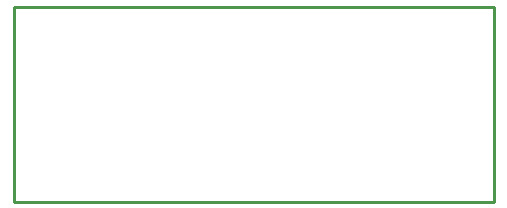
<source format=gko>
G04 Layer: BoardOutlineLayer*
G04 EasyEDA v6.5.29, 2023-07-19 21:57:34*
G04 a2853ea9601d4119b13b16b9b4b396c2,5a6b42c53f6a479593ecc07194224c93,10*
G04 Gerber Generator version 0.2*
G04 Scale: 100 percent, Rotated: No, Reflected: No *
G04 Dimensions in millimeters *
G04 leading zeros omitted , absolute positions ,4 integer and 5 decimal *
%FSLAX45Y45*%
%MOMM*%

%ADD10C,0.2540*%
D10*
X0Y2540000D02*
G01*
X4064000Y2540000D01*
X4064000Y889000D01*
X0Y889000D01*
X0Y2540000D01*

%LPD*%
M02*

</source>
